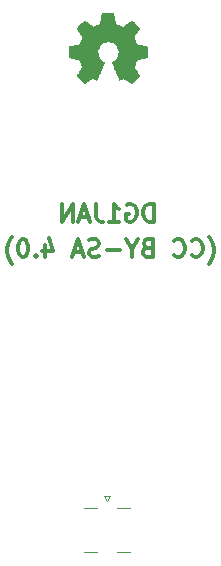
<source format=gbr>
%TF.GenerationSoftware,KiCad,Pcbnew,6.0.2+dfsg-1*%
%TF.CreationDate,2023-08-31T23:38:15+02:00*%
%TF.ProjectId,UnUn_BNC,556e556e-5f42-44e4-932e-6b696361645f,rev?*%
%TF.SameCoordinates,Original*%
%TF.FileFunction,Legend,Bot*%
%TF.FilePolarity,Positive*%
%FSLAX46Y46*%
G04 Gerber Fmt 4.6, Leading zero omitted, Abs format (unit mm)*
G04 Created by KiCad (PCBNEW 6.0.2+dfsg-1) date 2023-08-31 23:38:15*
%MOMM*%
%LPD*%
G01*
G04 APERTURE LIST*
%ADD10C,0.300000*%
%ADD11C,0.010000*%
%ADD12C,0.120000*%
G04 APERTURE END LIST*
D10*
X121457142Y-72378571D02*
X121457142Y-70878571D01*
X121100000Y-70878571D01*
X120885714Y-70950000D01*
X120742857Y-71092857D01*
X120671428Y-71235714D01*
X120600000Y-71521428D01*
X120600000Y-71735714D01*
X120671428Y-72021428D01*
X120742857Y-72164285D01*
X120885714Y-72307142D01*
X121100000Y-72378571D01*
X121457142Y-72378571D01*
X119171428Y-70950000D02*
X119314285Y-70878571D01*
X119528571Y-70878571D01*
X119742857Y-70950000D01*
X119885714Y-71092857D01*
X119957142Y-71235714D01*
X120028571Y-71521428D01*
X120028571Y-71735714D01*
X119957142Y-72021428D01*
X119885714Y-72164285D01*
X119742857Y-72307142D01*
X119528571Y-72378571D01*
X119385714Y-72378571D01*
X119171428Y-72307142D01*
X119100000Y-72235714D01*
X119100000Y-71735714D01*
X119385714Y-71735714D01*
X117671428Y-72378571D02*
X118528571Y-72378571D01*
X118100000Y-72378571D02*
X118100000Y-70878571D01*
X118242857Y-71092857D01*
X118385714Y-71235714D01*
X118528571Y-71307142D01*
X116600000Y-70878571D02*
X116600000Y-71950000D01*
X116671428Y-72164285D01*
X116814285Y-72307142D01*
X117028571Y-72378571D01*
X117171428Y-72378571D01*
X115957142Y-71950000D02*
X115242857Y-71950000D01*
X116100000Y-72378571D02*
X115600000Y-70878571D01*
X115100000Y-72378571D01*
X114600000Y-72378571D02*
X114600000Y-70878571D01*
X113742857Y-72378571D01*
X113742857Y-70878571D01*
X126121428Y-75950000D02*
X126192857Y-75878571D01*
X126335714Y-75664285D01*
X126407142Y-75521428D01*
X126478571Y-75307142D01*
X126550000Y-74950000D01*
X126550000Y-74664285D01*
X126478571Y-74307142D01*
X126407142Y-74092857D01*
X126335714Y-73950000D01*
X126192857Y-73735714D01*
X126121428Y-73664285D01*
X124692857Y-75235714D02*
X124764285Y-75307142D01*
X124978571Y-75378571D01*
X125121428Y-75378571D01*
X125335714Y-75307142D01*
X125478571Y-75164285D01*
X125550000Y-75021428D01*
X125621428Y-74735714D01*
X125621428Y-74521428D01*
X125550000Y-74235714D01*
X125478571Y-74092857D01*
X125335714Y-73950000D01*
X125121428Y-73878571D01*
X124978571Y-73878571D01*
X124764285Y-73950000D01*
X124692857Y-74021428D01*
X123192857Y-75235714D02*
X123264285Y-75307142D01*
X123478571Y-75378571D01*
X123621428Y-75378571D01*
X123835714Y-75307142D01*
X123978571Y-75164285D01*
X124050000Y-75021428D01*
X124121428Y-74735714D01*
X124121428Y-74521428D01*
X124050000Y-74235714D01*
X123978571Y-74092857D01*
X123835714Y-73950000D01*
X123621428Y-73878571D01*
X123478571Y-73878571D01*
X123264285Y-73950000D01*
X123192857Y-74021428D01*
X120907142Y-74592857D02*
X120692857Y-74664285D01*
X120621428Y-74735714D01*
X120550000Y-74878571D01*
X120550000Y-75092857D01*
X120621428Y-75235714D01*
X120692857Y-75307142D01*
X120835714Y-75378571D01*
X121407142Y-75378571D01*
X121407142Y-73878571D01*
X120907142Y-73878571D01*
X120764285Y-73950000D01*
X120692857Y-74021428D01*
X120621428Y-74164285D01*
X120621428Y-74307142D01*
X120692857Y-74450000D01*
X120764285Y-74521428D01*
X120907142Y-74592857D01*
X121407142Y-74592857D01*
X119621428Y-74664285D02*
X119621428Y-75378571D01*
X120121428Y-73878571D02*
X119621428Y-74664285D01*
X119121428Y-73878571D01*
X118621428Y-74807142D02*
X117478571Y-74807142D01*
X116835714Y-75307142D02*
X116621428Y-75378571D01*
X116264285Y-75378571D01*
X116121428Y-75307142D01*
X116050000Y-75235714D01*
X115978571Y-75092857D01*
X115978571Y-74950000D01*
X116050000Y-74807142D01*
X116121428Y-74735714D01*
X116264285Y-74664285D01*
X116550000Y-74592857D01*
X116692857Y-74521428D01*
X116764285Y-74450000D01*
X116835714Y-74307142D01*
X116835714Y-74164285D01*
X116764285Y-74021428D01*
X116692857Y-73950000D01*
X116550000Y-73878571D01*
X116192857Y-73878571D01*
X115978571Y-73950000D01*
X115407142Y-74950000D02*
X114692857Y-74950000D01*
X115550000Y-75378571D02*
X115050000Y-73878571D01*
X114550000Y-75378571D01*
X112264285Y-74378571D02*
X112264285Y-75378571D01*
X112621428Y-73807142D02*
X112978571Y-74878571D01*
X112050000Y-74878571D01*
X111478571Y-75235714D02*
X111407142Y-75307142D01*
X111478571Y-75378571D01*
X111550000Y-75307142D01*
X111478571Y-75235714D01*
X111478571Y-75378571D01*
X110478571Y-73878571D02*
X110335714Y-73878571D01*
X110192857Y-73950000D01*
X110121428Y-74021428D01*
X110050000Y-74164285D01*
X109978571Y-74450000D01*
X109978571Y-74807142D01*
X110050000Y-75092857D01*
X110121428Y-75235714D01*
X110192857Y-75307142D01*
X110335714Y-75378571D01*
X110478571Y-75378571D01*
X110621428Y-75307142D01*
X110692857Y-75235714D01*
X110764285Y-75092857D01*
X110835714Y-74807142D01*
X110835714Y-74450000D01*
X110764285Y-74164285D01*
X110692857Y-74021428D01*
X110621428Y-73950000D01*
X110478571Y-73878571D01*
X109478571Y-75950000D02*
X109407142Y-75878571D01*
X109264285Y-75664285D01*
X109192857Y-75521428D01*
X109121428Y-75307142D01*
X109050000Y-74950000D01*
X109050000Y-74664285D01*
X109121428Y-74307142D01*
X109192857Y-74092857D01*
X109264285Y-73950000D01*
X109407142Y-73735714D01*
X109478571Y-73664285D01*
D11*
%TO.C,REF\u002A\u002A*%
X117044186Y-55168931D02*
X116960365Y-55613555D01*
X116960365Y-55613555D02*
X116651080Y-55741053D01*
X116651080Y-55741053D02*
X116341794Y-55868551D01*
X116341794Y-55868551D02*
X115970754Y-55616246D01*
X115970754Y-55616246D02*
X115866843Y-55545996D01*
X115866843Y-55545996D02*
X115772913Y-55483272D01*
X115772913Y-55483272D02*
X115693348Y-55430938D01*
X115693348Y-55430938D02*
X115632530Y-55391857D01*
X115632530Y-55391857D02*
X115594843Y-55368893D01*
X115594843Y-55368893D02*
X115584579Y-55363942D01*
X115584579Y-55363942D02*
X115566090Y-55376676D01*
X115566090Y-55376676D02*
X115526580Y-55411882D01*
X115526580Y-55411882D02*
X115470478Y-55465062D01*
X115470478Y-55465062D02*
X115402213Y-55531718D01*
X115402213Y-55531718D02*
X115326214Y-55607354D01*
X115326214Y-55607354D02*
X115246908Y-55687472D01*
X115246908Y-55687472D02*
X115168725Y-55767574D01*
X115168725Y-55767574D02*
X115096093Y-55843164D01*
X115096093Y-55843164D02*
X115033441Y-55909745D01*
X115033441Y-55909745D02*
X114985197Y-55962818D01*
X114985197Y-55962818D02*
X114955790Y-55997887D01*
X114955790Y-55997887D02*
X114948759Y-56009623D01*
X114948759Y-56009623D02*
X114958877Y-56031260D01*
X114958877Y-56031260D02*
X114987241Y-56078662D01*
X114987241Y-56078662D02*
X115030871Y-56147193D01*
X115030871Y-56147193D02*
X115086782Y-56232215D01*
X115086782Y-56232215D02*
X115151994Y-56329093D01*
X115151994Y-56329093D02*
X115189781Y-56384350D01*
X115189781Y-56384350D02*
X115258657Y-56485248D01*
X115258657Y-56485248D02*
X115319860Y-56576299D01*
X115319860Y-56576299D02*
X115370422Y-56652970D01*
X115370422Y-56652970D02*
X115407372Y-56710728D01*
X115407372Y-56710728D02*
X115427742Y-56745043D01*
X115427742Y-56745043D02*
X115430803Y-56752254D01*
X115430803Y-56752254D02*
X115423864Y-56772748D01*
X115423864Y-56772748D02*
X115404949Y-56820513D01*
X115404949Y-56820513D02*
X115376913Y-56888832D01*
X115376913Y-56888832D02*
X115342609Y-56970989D01*
X115342609Y-56970989D02*
X115304891Y-57060270D01*
X115304891Y-57060270D02*
X115266613Y-57149958D01*
X115266613Y-57149958D02*
X115230630Y-57233338D01*
X115230630Y-57233338D02*
X115199794Y-57303694D01*
X115199794Y-57303694D02*
X115176961Y-57354310D01*
X115176961Y-57354310D02*
X115164983Y-57378471D01*
X115164983Y-57378471D02*
X115164276Y-57379422D01*
X115164276Y-57379422D02*
X115145469Y-57384036D01*
X115145469Y-57384036D02*
X115095382Y-57394328D01*
X115095382Y-57394328D02*
X115019207Y-57409287D01*
X115019207Y-57409287D02*
X114922135Y-57427901D01*
X114922135Y-57427901D02*
X114809357Y-57449159D01*
X114809357Y-57449159D02*
X114743558Y-57461418D01*
X114743558Y-57461418D02*
X114623050Y-57484362D01*
X114623050Y-57484362D02*
X114514203Y-57506195D01*
X114514203Y-57506195D02*
X114422524Y-57525722D01*
X114422524Y-57525722D02*
X114353519Y-57541748D01*
X114353519Y-57541748D02*
X114312696Y-57553079D01*
X114312696Y-57553079D02*
X114304489Y-57556674D01*
X114304489Y-57556674D02*
X114296452Y-57581006D01*
X114296452Y-57581006D02*
X114289967Y-57635959D01*
X114289967Y-57635959D02*
X114285030Y-57715108D01*
X114285030Y-57715108D02*
X114281636Y-57812026D01*
X114281636Y-57812026D02*
X114279782Y-57920287D01*
X114279782Y-57920287D02*
X114279462Y-58033465D01*
X114279462Y-58033465D02*
X114280673Y-58145135D01*
X114280673Y-58145135D02*
X114283410Y-58248868D01*
X114283410Y-58248868D02*
X114287669Y-58338241D01*
X114287669Y-58338241D02*
X114293445Y-58406826D01*
X114293445Y-58406826D02*
X114300733Y-58448197D01*
X114300733Y-58448197D02*
X114305105Y-58456810D01*
X114305105Y-58456810D02*
X114331236Y-58467133D01*
X114331236Y-58467133D02*
X114386607Y-58481892D01*
X114386607Y-58481892D02*
X114463893Y-58499352D01*
X114463893Y-58499352D02*
X114555770Y-58517780D01*
X114555770Y-58517780D02*
X114587842Y-58523741D01*
X114587842Y-58523741D02*
X114742476Y-58552066D01*
X114742476Y-58552066D02*
X114864625Y-58574876D01*
X114864625Y-58574876D02*
X114958327Y-58593080D01*
X114958327Y-58593080D02*
X115027616Y-58607583D01*
X115027616Y-58607583D02*
X115076529Y-58619292D01*
X115076529Y-58619292D02*
X115109103Y-58629115D01*
X115109103Y-58629115D02*
X115129372Y-58637956D01*
X115129372Y-58637956D02*
X115141374Y-58646724D01*
X115141374Y-58646724D02*
X115143053Y-58648457D01*
X115143053Y-58648457D02*
X115159816Y-58676371D01*
X115159816Y-58676371D02*
X115185386Y-58730695D01*
X115185386Y-58730695D02*
X115217212Y-58804777D01*
X115217212Y-58804777D02*
X115252740Y-58891965D01*
X115252740Y-58891965D02*
X115289417Y-58985608D01*
X115289417Y-58985608D02*
X115324689Y-59079052D01*
X115324689Y-59079052D02*
X115356004Y-59165647D01*
X115356004Y-59165647D02*
X115380807Y-59238740D01*
X115380807Y-59238740D02*
X115396546Y-59291678D01*
X115396546Y-59291678D02*
X115400668Y-59317811D01*
X115400668Y-59317811D02*
X115400324Y-59318726D01*
X115400324Y-59318726D02*
X115386359Y-59340086D01*
X115386359Y-59340086D02*
X115354678Y-59387084D01*
X115354678Y-59387084D02*
X115308609Y-59454827D01*
X115308609Y-59454827D02*
X115251482Y-59538423D01*
X115251482Y-59538423D02*
X115186627Y-59632982D01*
X115186627Y-59632982D02*
X115168157Y-59659854D01*
X115168157Y-59659854D02*
X115102301Y-59757275D01*
X115102301Y-59757275D02*
X115044350Y-59846163D01*
X115044350Y-59846163D02*
X114997462Y-59921412D01*
X114997462Y-59921412D02*
X114964793Y-59977920D01*
X114964793Y-59977920D02*
X114949500Y-60010581D01*
X114949500Y-60010581D02*
X114948759Y-60014593D01*
X114948759Y-60014593D02*
X114961608Y-60035684D01*
X114961608Y-60035684D02*
X114997112Y-60077464D01*
X114997112Y-60077464D02*
X115050707Y-60135445D01*
X115050707Y-60135445D02*
X115117829Y-60205135D01*
X115117829Y-60205135D02*
X115193913Y-60282045D01*
X115193913Y-60282045D02*
X115274396Y-60361683D01*
X115274396Y-60361683D02*
X115354713Y-60439561D01*
X115354713Y-60439561D02*
X115430301Y-60511186D01*
X115430301Y-60511186D02*
X115496595Y-60572070D01*
X115496595Y-60572070D02*
X115549031Y-60617721D01*
X115549031Y-60617721D02*
X115583045Y-60643650D01*
X115583045Y-60643650D02*
X115592455Y-60647883D01*
X115592455Y-60647883D02*
X115614357Y-60637912D01*
X115614357Y-60637912D02*
X115659200Y-60611020D01*
X115659200Y-60611020D02*
X115719679Y-60571736D01*
X115719679Y-60571736D02*
X115766211Y-60540117D01*
X115766211Y-60540117D02*
X115850525Y-60482098D01*
X115850525Y-60482098D02*
X115950374Y-60413784D01*
X115950374Y-60413784D02*
X116050527Y-60345579D01*
X116050527Y-60345579D02*
X116104373Y-60309075D01*
X116104373Y-60309075D02*
X116286629Y-60185800D01*
X116286629Y-60185800D02*
X116439619Y-60268520D01*
X116439619Y-60268520D02*
X116509318Y-60304759D01*
X116509318Y-60304759D02*
X116568586Y-60332926D01*
X116568586Y-60332926D02*
X116608689Y-60348991D01*
X116608689Y-60348991D02*
X116618897Y-60351226D01*
X116618897Y-60351226D02*
X116631171Y-60334722D01*
X116631171Y-60334722D02*
X116655387Y-60288082D01*
X116655387Y-60288082D02*
X116689737Y-60215609D01*
X116689737Y-60215609D02*
X116732412Y-60121606D01*
X116732412Y-60121606D02*
X116781606Y-60010374D01*
X116781606Y-60010374D02*
X116835510Y-59886215D01*
X116835510Y-59886215D02*
X116892316Y-59753432D01*
X116892316Y-59753432D02*
X116950218Y-59616327D01*
X116950218Y-59616327D02*
X117007407Y-59479202D01*
X117007407Y-59479202D02*
X117062076Y-59346358D01*
X117062076Y-59346358D02*
X117112416Y-59222098D01*
X117112416Y-59222098D02*
X117156620Y-59110725D01*
X117156620Y-59110725D02*
X117192881Y-59016539D01*
X117192881Y-59016539D02*
X117219391Y-58943844D01*
X117219391Y-58943844D02*
X117234342Y-58896941D01*
X117234342Y-58896941D02*
X117236746Y-58880833D01*
X117236746Y-58880833D02*
X117217689Y-58860286D01*
X117217689Y-58860286D02*
X117175964Y-58826933D01*
X117175964Y-58826933D02*
X117120294Y-58787702D01*
X117120294Y-58787702D02*
X117115622Y-58784599D01*
X117115622Y-58784599D02*
X116971736Y-58669423D01*
X116971736Y-58669423D02*
X116855717Y-58535053D01*
X116855717Y-58535053D02*
X116768570Y-58385784D01*
X116768570Y-58385784D02*
X116711301Y-58225913D01*
X116711301Y-58225913D02*
X116684914Y-58059737D01*
X116684914Y-58059737D02*
X116690415Y-57891552D01*
X116690415Y-57891552D02*
X116728810Y-57725655D01*
X116728810Y-57725655D02*
X116801105Y-57566342D01*
X116801105Y-57566342D02*
X116822374Y-57531487D01*
X116822374Y-57531487D02*
X116933004Y-57390737D01*
X116933004Y-57390737D02*
X117063698Y-57277714D01*
X117063698Y-57277714D02*
X117209936Y-57193003D01*
X117209936Y-57193003D02*
X117367192Y-57137194D01*
X117367192Y-57137194D02*
X117530943Y-57110874D01*
X117530943Y-57110874D02*
X117696667Y-57114630D01*
X117696667Y-57114630D02*
X117859838Y-57149050D01*
X117859838Y-57149050D02*
X118015935Y-57214723D01*
X118015935Y-57214723D02*
X118160433Y-57312235D01*
X118160433Y-57312235D02*
X118205131Y-57351813D01*
X118205131Y-57351813D02*
X118318888Y-57475703D01*
X118318888Y-57475703D02*
X118401782Y-57606124D01*
X118401782Y-57606124D02*
X118458644Y-57752315D01*
X118458644Y-57752315D02*
X118490313Y-57897088D01*
X118490313Y-57897088D02*
X118498131Y-58059860D01*
X118498131Y-58059860D02*
X118472062Y-58223440D01*
X118472062Y-58223440D02*
X118414755Y-58382298D01*
X118414755Y-58382298D02*
X118328856Y-58530906D01*
X118328856Y-58530906D02*
X118217014Y-58663735D01*
X118217014Y-58663735D02*
X118081877Y-58775256D01*
X118081877Y-58775256D02*
X118064117Y-58787011D01*
X118064117Y-58787011D02*
X118007850Y-58825508D01*
X118007850Y-58825508D02*
X117965077Y-58858863D01*
X117965077Y-58858863D02*
X117944628Y-58880160D01*
X117944628Y-58880160D02*
X117944331Y-58880833D01*
X117944331Y-58880833D02*
X117948721Y-58903871D01*
X117948721Y-58903871D02*
X117966124Y-58956157D01*
X117966124Y-58956157D02*
X117994732Y-59033390D01*
X117994732Y-59033390D02*
X118032735Y-59131268D01*
X118032735Y-59131268D02*
X118078326Y-59245491D01*
X118078326Y-59245491D02*
X118129697Y-59371758D01*
X118129697Y-59371758D02*
X118185038Y-59505767D01*
X118185038Y-59505767D02*
X118242542Y-59643218D01*
X118242542Y-59643218D02*
X118300399Y-59779808D01*
X118300399Y-59779808D02*
X118356802Y-59911237D01*
X118356802Y-59911237D02*
X118409942Y-60033205D01*
X118409942Y-60033205D02*
X118458010Y-60141409D01*
X118458010Y-60141409D02*
X118499199Y-60231549D01*
X118499199Y-60231549D02*
X118531699Y-60299323D01*
X118531699Y-60299323D02*
X118553703Y-60340430D01*
X118553703Y-60340430D02*
X118562564Y-60351226D01*
X118562564Y-60351226D02*
X118589640Y-60342819D01*
X118589640Y-60342819D02*
X118640303Y-60320272D01*
X118640303Y-60320272D02*
X118705817Y-60287613D01*
X118705817Y-60287613D02*
X118741841Y-60268520D01*
X118741841Y-60268520D02*
X118894832Y-60185800D01*
X118894832Y-60185800D02*
X119077088Y-60309075D01*
X119077088Y-60309075D02*
X119170125Y-60372228D01*
X119170125Y-60372228D02*
X119271985Y-60441727D01*
X119271985Y-60441727D02*
X119367438Y-60507165D01*
X119367438Y-60507165D02*
X119415250Y-60540117D01*
X119415250Y-60540117D02*
X119482495Y-60585273D01*
X119482495Y-60585273D02*
X119539436Y-60621057D01*
X119539436Y-60621057D02*
X119578646Y-60642938D01*
X119578646Y-60642938D02*
X119591381Y-60647563D01*
X119591381Y-60647563D02*
X119609917Y-60635085D01*
X119609917Y-60635085D02*
X119650941Y-60600252D01*
X119650941Y-60600252D02*
X119710475Y-60546678D01*
X119710475Y-60546678D02*
X119784542Y-60477983D01*
X119784542Y-60477983D02*
X119869165Y-60397781D01*
X119869165Y-60397781D02*
X119922685Y-60346286D01*
X119922685Y-60346286D02*
X120016319Y-60254286D01*
X120016319Y-60254286D02*
X120097241Y-60171999D01*
X120097241Y-60171999D02*
X120162177Y-60102945D01*
X120162177Y-60102945D02*
X120207858Y-60050644D01*
X120207858Y-60050644D02*
X120231011Y-60018616D01*
X120231011Y-60018616D02*
X120233232Y-60012116D01*
X120233232Y-60012116D02*
X120222924Y-59987394D01*
X120222924Y-59987394D02*
X120194439Y-59937405D01*
X120194439Y-59937405D02*
X120150937Y-59867212D01*
X120150937Y-59867212D02*
X120095577Y-59781875D01*
X120095577Y-59781875D02*
X120031520Y-59686456D01*
X120031520Y-59686456D02*
X120013303Y-59659854D01*
X120013303Y-59659854D02*
X119946927Y-59563167D01*
X119946927Y-59563167D02*
X119887378Y-59476117D01*
X119887378Y-59476117D02*
X119837984Y-59403595D01*
X119837984Y-59403595D02*
X119802075Y-59350493D01*
X119802075Y-59350493D02*
X119782981Y-59321703D01*
X119782981Y-59321703D02*
X119781136Y-59318726D01*
X119781136Y-59318726D02*
X119783895Y-59295782D01*
X119783895Y-59295782D02*
X119798538Y-59245336D01*
X119798538Y-59245336D02*
X119822513Y-59174041D01*
X119822513Y-59174041D02*
X119853266Y-59088547D01*
X119853266Y-59088547D02*
X119888244Y-58995507D01*
X119888244Y-58995507D02*
X119924893Y-58901574D01*
X119924893Y-58901574D02*
X119960661Y-58813399D01*
X119960661Y-58813399D02*
X119992994Y-58737634D01*
X119992994Y-58737634D02*
X120019338Y-58680931D01*
X120019338Y-58680931D02*
X120037142Y-58649943D01*
X120037142Y-58649943D02*
X120038407Y-58648457D01*
X120038407Y-58648457D02*
X120049294Y-58639601D01*
X120049294Y-58639601D02*
X120067682Y-58630843D01*
X120067682Y-58630843D02*
X120097606Y-58621277D01*
X120097606Y-58621277D02*
X120143103Y-58609996D01*
X120143103Y-58609996D02*
X120208209Y-58596093D01*
X120208209Y-58596093D02*
X120296961Y-58578663D01*
X120296961Y-58578663D02*
X120413393Y-58556798D01*
X120413393Y-58556798D02*
X120561542Y-58529591D01*
X120561542Y-58529591D02*
X120593618Y-58523741D01*
X120593618Y-58523741D02*
X120688686Y-58505374D01*
X120688686Y-58505374D02*
X120771565Y-58487405D01*
X120771565Y-58487405D02*
X120834930Y-58471569D01*
X120834930Y-58471569D02*
X120871458Y-58459600D01*
X120871458Y-58459600D02*
X120876356Y-58456810D01*
X120876356Y-58456810D02*
X120884427Y-58432072D01*
X120884427Y-58432072D02*
X120890987Y-58376790D01*
X120890987Y-58376790D02*
X120896033Y-58297389D01*
X120896033Y-58297389D02*
X120899559Y-58200296D01*
X120899559Y-58200296D02*
X120901561Y-58091938D01*
X120901561Y-58091938D02*
X120902036Y-57978740D01*
X120902036Y-57978740D02*
X120900977Y-57867128D01*
X120900977Y-57867128D02*
X120898382Y-57763529D01*
X120898382Y-57763529D02*
X120894246Y-57674368D01*
X120894246Y-57674368D02*
X120888563Y-57606072D01*
X120888563Y-57606072D02*
X120881331Y-57565066D01*
X120881331Y-57565066D02*
X120876971Y-57556674D01*
X120876971Y-57556674D02*
X120852698Y-57548208D01*
X120852698Y-57548208D02*
X120797426Y-57534435D01*
X120797426Y-57534435D02*
X120716662Y-57516550D01*
X120716662Y-57516550D02*
X120615912Y-57495748D01*
X120615912Y-57495748D02*
X120500683Y-57473223D01*
X120500683Y-57473223D02*
X120437902Y-57461418D01*
X120437902Y-57461418D02*
X120318787Y-57439151D01*
X120318787Y-57439151D02*
X120212565Y-57418979D01*
X120212565Y-57418979D02*
X120124427Y-57401915D01*
X120124427Y-57401915D02*
X120059566Y-57388969D01*
X120059566Y-57388969D02*
X120023174Y-57381155D01*
X120023174Y-57381155D02*
X120017184Y-57379422D01*
X120017184Y-57379422D02*
X120007061Y-57359890D01*
X120007061Y-57359890D02*
X119985662Y-57312843D01*
X119985662Y-57312843D02*
X119955839Y-57245003D01*
X119955839Y-57245003D02*
X119920445Y-57163091D01*
X119920445Y-57163091D02*
X119882332Y-57073828D01*
X119882332Y-57073828D02*
X119844353Y-56983935D01*
X119844353Y-56983935D02*
X119809360Y-56900135D01*
X119809360Y-56900135D02*
X119780206Y-56829147D01*
X119780206Y-56829147D02*
X119759743Y-56777694D01*
X119759743Y-56777694D02*
X119750823Y-56752497D01*
X119750823Y-56752497D02*
X119750657Y-56751396D01*
X119750657Y-56751396D02*
X119760769Y-56731519D01*
X119760769Y-56731519D02*
X119789117Y-56685777D01*
X119789117Y-56685777D02*
X119832723Y-56618717D01*
X119832723Y-56618717D02*
X119888606Y-56534884D01*
X119888606Y-56534884D02*
X119953787Y-56438826D01*
X119953787Y-56438826D02*
X119991679Y-56383650D01*
X119991679Y-56383650D02*
X120060725Y-56282481D01*
X120060725Y-56282481D02*
X120122050Y-56190630D01*
X120122050Y-56190630D02*
X120172663Y-56112744D01*
X120172663Y-56112744D02*
X120209571Y-56053469D01*
X120209571Y-56053469D02*
X120229782Y-56017451D01*
X120229782Y-56017451D02*
X120232701Y-56009377D01*
X120232701Y-56009377D02*
X120220153Y-55990584D01*
X120220153Y-55990584D02*
X120185463Y-55950457D01*
X120185463Y-55950457D02*
X120133063Y-55893493D01*
X120133063Y-55893493D02*
X120067384Y-55824185D01*
X120067384Y-55824185D02*
X119992856Y-55747031D01*
X119992856Y-55747031D02*
X119913913Y-55666525D01*
X119913913Y-55666525D02*
X119834983Y-55587163D01*
X119834983Y-55587163D02*
X119760500Y-55513440D01*
X119760500Y-55513440D02*
X119694894Y-55449852D01*
X119694894Y-55449852D02*
X119642596Y-55400894D01*
X119642596Y-55400894D02*
X119608039Y-55371061D01*
X119608039Y-55371061D02*
X119596478Y-55363942D01*
X119596478Y-55363942D02*
X119577654Y-55373953D01*
X119577654Y-55373953D02*
X119532631Y-55402078D01*
X119532631Y-55402078D02*
X119465787Y-55445454D01*
X119465787Y-55445454D02*
X119381499Y-55501218D01*
X119381499Y-55501218D02*
X119284144Y-55566506D01*
X119284144Y-55566506D02*
X119210707Y-55616246D01*
X119210707Y-55616246D02*
X118839667Y-55868551D01*
X118839667Y-55868551D02*
X118221095Y-55613555D01*
X118221095Y-55613555D02*
X118137275Y-55168931D01*
X118137275Y-55168931D02*
X118053454Y-54724307D01*
X118053454Y-54724307D02*
X117128006Y-54724307D01*
X117128006Y-54724307D02*
X117044186Y-55168931D01*
X117044186Y-55168931D02*
X117044186Y-55168931D01*
G36*
X118137275Y-55168931D02*
G01*
X118221095Y-55613555D01*
X118839667Y-55868551D01*
X119210707Y-55616246D01*
X119284144Y-55566506D01*
X119381499Y-55501218D01*
X119465787Y-55445454D01*
X119532631Y-55402078D01*
X119577654Y-55373953D01*
X119596478Y-55363942D01*
X119608039Y-55371061D01*
X119642596Y-55400894D01*
X119694894Y-55449852D01*
X119760500Y-55513440D01*
X119834983Y-55587163D01*
X119913913Y-55666525D01*
X119992856Y-55747031D01*
X120067384Y-55824185D01*
X120133063Y-55893493D01*
X120185463Y-55950457D01*
X120220153Y-55990584D01*
X120232701Y-56009377D01*
X120229782Y-56017451D01*
X120209571Y-56053469D01*
X120172663Y-56112744D01*
X120122050Y-56190630D01*
X120060725Y-56282481D01*
X119991679Y-56383650D01*
X119953787Y-56438826D01*
X119888606Y-56534884D01*
X119832723Y-56618717D01*
X119789117Y-56685777D01*
X119760769Y-56731519D01*
X119750657Y-56751396D01*
X119750823Y-56752497D01*
X119759743Y-56777694D01*
X119780206Y-56829147D01*
X119809360Y-56900135D01*
X119844353Y-56983935D01*
X119882332Y-57073828D01*
X119920445Y-57163091D01*
X119955839Y-57245003D01*
X119985662Y-57312843D01*
X120007061Y-57359890D01*
X120017184Y-57379422D01*
X120023174Y-57381155D01*
X120059566Y-57388969D01*
X120124427Y-57401915D01*
X120212565Y-57418979D01*
X120318787Y-57439151D01*
X120437902Y-57461418D01*
X120500683Y-57473223D01*
X120615912Y-57495748D01*
X120716662Y-57516550D01*
X120797426Y-57534435D01*
X120852698Y-57548208D01*
X120876971Y-57556674D01*
X120881331Y-57565066D01*
X120888563Y-57606072D01*
X120894246Y-57674368D01*
X120898382Y-57763529D01*
X120900977Y-57867128D01*
X120902036Y-57978740D01*
X120901561Y-58091938D01*
X120899559Y-58200296D01*
X120896033Y-58297389D01*
X120890987Y-58376790D01*
X120884427Y-58432072D01*
X120876356Y-58456810D01*
X120871458Y-58459600D01*
X120834930Y-58471569D01*
X120771565Y-58487405D01*
X120688686Y-58505374D01*
X120593618Y-58523741D01*
X120561542Y-58529591D01*
X120413393Y-58556798D01*
X120296961Y-58578663D01*
X120208209Y-58596093D01*
X120143103Y-58609996D01*
X120097606Y-58621277D01*
X120067682Y-58630843D01*
X120049294Y-58639601D01*
X120038407Y-58648457D01*
X120037142Y-58649943D01*
X120019338Y-58680931D01*
X119992994Y-58737634D01*
X119960661Y-58813399D01*
X119924893Y-58901574D01*
X119888244Y-58995507D01*
X119853266Y-59088547D01*
X119822513Y-59174041D01*
X119798538Y-59245336D01*
X119783895Y-59295782D01*
X119781136Y-59318726D01*
X119782981Y-59321703D01*
X119802075Y-59350493D01*
X119837984Y-59403595D01*
X119887378Y-59476117D01*
X119946927Y-59563167D01*
X120013303Y-59659854D01*
X120031520Y-59686456D01*
X120095577Y-59781875D01*
X120150937Y-59867212D01*
X120194439Y-59937405D01*
X120222924Y-59987394D01*
X120233232Y-60012116D01*
X120231011Y-60018616D01*
X120207858Y-60050644D01*
X120162177Y-60102945D01*
X120097241Y-60171999D01*
X120016319Y-60254286D01*
X119922685Y-60346286D01*
X119869165Y-60397781D01*
X119784542Y-60477983D01*
X119710475Y-60546678D01*
X119650941Y-60600252D01*
X119609917Y-60635085D01*
X119591381Y-60647563D01*
X119578646Y-60642938D01*
X119539436Y-60621057D01*
X119482495Y-60585273D01*
X119415250Y-60540117D01*
X119367438Y-60507165D01*
X119271985Y-60441727D01*
X119170125Y-60372228D01*
X119077088Y-60309075D01*
X118894832Y-60185800D01*
X118741841Y-60268520D01*
X118705817Y-60287613D01*
X118640303Y-60320272D01*
X118589640Y-60342819D01*
X118562564Y-60351226D01*
X118553703Y-60340430D01*
X118531699Y-60299323D01*
X118499199Y-60231549D01*
X118458010Y-60141409D01*
X118409942Y-60033205D01*
X118356802Y-59911237D01*
X118300399Y-59779808D01*
X118242542Y-59643218D01*
X118185038Y-59505767D01*
X118129697Y-59371758D01*
X118078326Y-59245491D01*
X118032735Y-59131268D01*
X117994732Y-59033390D01*
X117966124Y-58956157D01*
X117948721Y-58903871D01*
X117944331Y-58880833D01*
X117944628Y-58880160D01*
X117965077Y-58858863D01*
X118007850Y-58825508D01*
X118064117Y-58787011D01*
X118081877Y-58775256D01*
X118217014Y-58663735D01*
X118328856Y-58530906D01*
X118414755Y-58382298D01*
X118472062Y-58223440D01*
X118498131Y-58059860D01*
X118490313Y-57897088D01*
X118458644Y-57752315D01*
X118401782Y-57606124D01*
X118318888Y-57475703D01*
X118205131Y-57351813D01*
X118160433Y-57312235D01*
X118015935Y-57214723D01*
X117859838Y-57149050D01*
X117696667Y-57114630D01*
X117530943Y-57110874D01*
X117367192Y-57137194D01*
X117209936Y-57193003D01*
X117063698Y-57277714D01*
X116933004Y-57390737D01*
X116822374Y-57531487D01*
X116801105Y-57566342D01*
X116728810Y-57725655D01*
X116690415Y-57891552D01*
X116684914Y-58059737D01*
X116711301Y-58225913D01*
X116768570Y-58385784D01*
X116855717Y-58535053D01*
X116971736Y-58669423D01*
X117115622Y-58784599D01*
X117120294Y-58787702D01*
X117175964Y-58826933D01*
X117217689Y-58860286D01*
X117236746Y-58880833D01*
X117234342Y-58896941D01*
X117219391Y-58943844D01*
X117192881Y-59016539D01*
X117156620Y-59110725D01*
X117112416Y-59222098D01*
X117062076Y-59346358D01*
X117007407Y-59479202D01*
X116950218Y-59616327D01*
X116892316Y-59753432D01*
X116835510Y-59886215D01*
X116781606Y-60010374D01*
X116732412Y-60121606D01*
X116689737Y-60215609D01*
X116655387Y-60288082D01*
X116631171Y-60334722D01*
X116618897Y-60351226D01*
X116608689Y-60348991D01*
X116568586Y-60332926D01*
X116509318Y-60304759D01*
X116439619Y-60268520D01*
X116286629Y-60185800D01*
X116104373Y-60309075D01*
X116050527Y-60345579D01*
X115950374Y-60413784D01*
X115850525Y-60482098D01*
X115766211Y-60540117D01*
X115719679Y-60571736D01*
X115659200Y-60611020D01*
X115614357Y-60637912D01*
X115592455Y-60647883D01*
X115583045Y-60643650D01*
X115549031Y-60617721D01*
X115496595Y-60572070D01*
X115430301Y-60511186D01*
X115354713Y-60439561D01*
X115274396Y-60361683D01*
X115193913Y-60282045D01*
X115117829Y-60205135D01*
X115050707Y-60135445D01*
X114997112Y-60077464D01*
X114961608Y-60035684D01*
X114948759Y-60014593D01*
X114949500Y-60010581D01*
X114964793Y-59977920D01*
X114997462Y-59921412D01*
X115044350Y-59846163D01*
X115102301Y-59757275D01*
X115168157Y-59659854D01*
X115186627Y-59632982D01*
X115251482Y-59538423D01*
X115308609Y-59454827D01*
X115354678Y-59387084D01*
X115386359Y-59340086D01*
X115400324Y-59318726D01*
X115400668Y-59317811D01*
X115396546Y-59291678D01*
X115380807Y-59238740D01*
X115356004Y-59165647D01*
X115324689Y-59079052D01*
X115289417Y-58985608D01*
X115252740Y-58891965D01*
X115217212Y-58804777D01*
X115185386Y-58730695D01*
X115159816Y-58676371D01*
X115143053Y-58648457D01*
X115141374Y-58646724D01*
X115129372Y-58637956D01*
X115109103Y-58629115D01*
X115076529Y-58619292D01*
X115027616Y-58607583D01*
X114958327Y-58593080D01*
X114864625Y-58574876D01*
X114742476Y-58552066D01*
X114587842Y-58523741D01*
X114555770Y-58517780D01*
X114463893Y-58499352D01*
X114386607Y-58481892D01*
X114331236Y-58467133D01*
X114305105Y-58456810D01*
X114300733Y-58448197D01*
X114293445Y-58406826D01*
X114287669Y-58338241D01*
X114283410Y-58248868D01*
X114280673Y-58145135D01*
X114279462Y-58033465D01*
X114279782Y-57920287D01*
X114281636Y-57812026D01*
X114285030Y-57715108D01*
X114289967Y-57635959D01*
X114296452Y-57581006D01*
X114304489Y-57556674D01*
X114312696Y-57553079D01*
X114353519Y-57541748D01*
X114422524Y-57525722D01*
X114514203Y-57506195D01*
X114623050Y-57484362D01*
X114743558Y-57461418D01*
X114809357Y-57449159D01*
X114922135Y-57427901D01*
X115019207Y-57409287D01*
X115095382Y-57394328D01*
X115145469Y-57384036D01*
X115164276Y-57379422D01*
X115164983Y-57378471D01*
X115176961Y-57354310D01*
X115199794Y-57303694D01*
X115230630Y-57233338D01*
X115266613Y-57149958D01*
X115304891Y-57060270D01*
X115342609Y-56970989D01*
X115376913Y-56888832D01*
X115404949Y-56820513D01*
X115423864Y-56772748D01*
X115430803Y-56752254D01*
X115427742Y-56745043D01*
X115407372Y-56710728D01*
X115370422Y-56652970D01*
X115319860Y-56576299D01*
X115258657Y-56485248D01*
X115189781Y-56384350D01*
X115151994Y-56329093D01*
X115086782Y-56232215D01*
X115030871Y-56147193D01*
X114987241Y-56078662D01*
X114958877Y-56031260D01*
X114948759Y-56009623D01*
X114955790Y-55997887D01*
X114985197Y-55962818D01*
X115033441Y-55909745D01*
X115096093Y-55843164D01*
X115168725Y-55767574D01*
X115246908Y-55687472D01*
X115326214Y-55607354D01*
X115402213Y-55531718D01*
X115470478Y-55465062D01*
X115526580Y-55411882D01*
X115566090Y-55376676D01*
X115584579Y-55363942D01*
X115594843Y-55368893D01*
X115632530Y-55391857D01*
X115693348Y-55430938D01*
X115772913Y-55483272D01*
X115866843Y-55545996D01*
X115970754Y-55616246D01*
X116341794Y-55868551D01*
X116651080Y-55741053D01*
X116960365Y-55613555D01*
X117044186Y-55168931D01*
X117128006Y-54724307D01*
X118053454Y-54724307D01*
X118137275Y-55168931D01*
G37*
X118137275Y-55168931D02*
X118221095Y-55613555D01*
X118839667Y-55868551D01*
X119210707Y-55616246D01*
X119284144Y-55566506D01*
X119381499Y-55501218D01*
X119465787Y-55445454D01*
X119532631Y-55402078D01*
X119577654Y-55373953D01*
X119596478Y-55363942D01*
X119608039Y-55371061D01*
X119642596Y-55400894D01*
X119694894Y-55449852D01*
X119760500Y-55513440D01*
X119834983Y-55587163D01*
X119913913Y-55666525D01*
X119992856Y-55747031D01*
X120067384Y-55824185D01*
X120133063Y-55893493D01*
X120185463Y-55950457D01*
X120220153Y-55990584D01*
X120232701Y-56009377D01*
X120229782Y-56017451D01*
X120209571Y-56053469D01*
X120172663Y-56112744D01*
X120122050Y-56190630D01*
X120060725Y-56282481D01*
X119991679Y-56383650D01*
X119953787Y-56438826D01*
X119888606Y-56534884D01*
X119832723Y-56618717D01*
X119789117Y-56685777D01*
X119760769Y-56731519D01*
X119750657Y-56751396D01*
X119750823Y-56752497D01*
X119759743Y-56777694D01*
X119780206Y-56829147D01*
X119809360Y-56900135D01*
X119844353Y-56983935D01*
X119882332Y-57073828D01*
X119920445Y-57163091D01*
X119955839Y-57245003D01*
X119985662Y-57312843D01*
X120007061Y-57359890D01*
X120017184Y-57379422D01*
X120023174Y-57381155D01*
X120059566Y-57388969D01*
X120124427Y-57401915D01*
X120212565Y-57418979D01*
X120318787Y-57439151D01*
X120437902Y-57461418D01*
X120500683Y-57473223D01*
X120615912Y-57495748D01*
X120716662Y-57516550D01*
X120797426Y-57534435D01*
X120852698Y-57548208D01*
X120876971Y-57556674D01*
X120881331Y-57565066D01*
X120888563Y-57606072D01*
X120894246Y-57674368D01*
X120898382Y-57763529D01*
X120900977Y-57867128D01*
X120902036Y-57978740D01*
X120901561Y-58091938D01*
X120899559Y-58200296D01*
X120896033Y-58297389D01*
X120890987Y-58376790D01*
X120884427Y-58432072D01*
X120876356Y-58456810D01*
X120871458Y-58459600D01*
X120834930Y-58471569D01*
X120771565Y-58487405D01*
X120688686Y-58505374D01*
X120593618Y-58523741D01*
X120561542Y-58529591D01*
X120413393Y-58556798D01*
X120296961Y-58578663D01*
X120208209Y-58596093D01*
X120143103Y-58609996D01*
X120097606Y-58621277D01*
X120067682Y-58630843D01*
X120049294Y-58639601D01*
X120038407Y-58648457D01*
X120037142Y-58649943D01*
X120019338Y-58680931D01*
X119992994Y-58737634D01*
X119960661Y-58813399D01*
X119924893Y-58901574D01*
X119888244Y-58995507D01*
X119853266Y-59088547D01*
X119822513Y-59174041D01*
X119798538Y-59245336D01*
X119783895Y-59295782D01*
X119781136Y-59318726D01*
X119782981Y-59321703D01*
X119802075Y-59350493D01*
X119837984Y-59403595D01*
X119887378Y-59476117D01*
X119946927Y-59563167D01*
X120013303Y-59659854D01*
X120031520Y-59686456D01*
X120095577Y-59781875D01*
X120150937Y-59867212D01*
X120194439Y-59937405D01*
X120222924Y-59987394D01*
X120233232Y-60012116D01*
X120231011Y-60018616D01*
X120207858Y-60050644D01*
X120162177Y-60102945D01*
X120097241Y-60171999D01*
X120016319Y-60254286D01*
X119922685Y-60346286D01*
X119869165Y-60397781D01*
X119784542Y-60477983D01*
X119710475Y-60546678D01*
X119650941Y-60600252D01*
X119609917Y-60635085D01*
X119591381Y-60647563D01*
X119578646Y-60642938D01*
X119539436Y-60621057D01*
X119482495Y-60585273D01*
X119415250Y-60540117D01*
X119367438Y-60507165D01*
X119271985Y-60441727D01*
X119170125Y-60372228D01*
X119077088Y-60309075D01*
X118894832Y-60185800D01*
X118741841Y-60268520D01*
X118705817Y-60287613D01*
X118640303Y-60320272D01*
X118589640Y-60342819D01*
X118562564Y-60351226D01*
X118553703Y-60340430D01*
X118531699Y-60299323D01*
X118499199Y-60231549D01*
X118458010Y-60141409D01*
X118409942Y-60033205D01*
X118356802Y-59911237D01*
X118300399Y-59779808D01*
X118242542Y-59643218D01*
X118185038Y-59505767D01*
X118129697Y-59371758D01*
X118078326Y-59245491D01*
X118032735Y-59131268D01*
X117994732Y-59033390D01*
X117966124Y-58956157D01*
X117948721Y-58903871D01*
X117944331Y-58880833D01*
X117944628Y-58880160D01*
X117965077Y-58858863D01*
X118007850Y-58825508D01*
X118064117Y-58787011D01*
X118081877Y-58775256D01*
X118217014Y-58663735D01*
X118328856Y-58530906D01*
X118414755Y-58382298D01*
X118472062Y-58223440D01*
X118498131Y-58059860D01*
X118490313Y-57897088D01*
X118458644Y-57752315D01*
X118401782Y-57606124D01*
X118318888Y-57475703D01*
X118205131Y-57351813D01*
X118160433Y-57312235D01*
X118015935Y-57214723D01*
X117859838Y-57149050D01*
X117696667Y-57114630D01*
X117530943Y-57110874D01*
X117367192Y-57137194D01*
X117209936Y-57193003D01*
X117063698Y-57277714D01*
X116933004Y-57390737D01*
X116822374Y-57531487D01*
X116801105Y-57566342D01*
X116728810Y-57725655D01*
X116690415Y-57891552D01*
X116684914Y-58059737D01*
X116711301Y-58225913D01*
X116768570Y-58385784D01*
X116855717Y-58535053D01*
X116971736Y-58669423D01*
X117115622Y-58784599D01*
X117120294Y-58787702D01*
X117175964Y-58826933D01*
X117217689Y-58860286D01*
X117236746Y-58880833D01*
X117234342Y-58896941D01*
X117219391Y-58943844D01*
X117192881Y-59016539D01*
X117156620Y-59110725D01*
X117112416Y-59222098D01*
X117062076Y-59346358D01*
X117007407Y-59479202D01*
X116950218Y-59616327D01*
X116892316Y-59753432D01*
X116835510Y-59886215D01*
X116781606Y-60010374D01*
X116732412Y-60121606D01*
X116689737Y-60215609D01*
X116655387Y-60288082D01*
X116631171Y-60334722D01*
X116618897Y-60351226D01*
X116608689Y-60348991D01*
X116568586Y-60332926D01*
X116509318Y-60304759D01*
X116439619Y-60268520D01*
X116286629Y-60185800D01*
X116104373Y-60309075D01*
X116050527Y-60345579D01*
X115950374Y-60413784D01*
X115850525Y-60482098D01*
X115766211Y-60540117D01*
X115719679Y-60571736D01*
X115659200Y-60611020D01*
X115614357Y-60637912D01*
X115592455Y-60647883D01*
X115583045Y-60643650D01*
X115549031Y-60617721D01*
X115496595Y-60572070D01*
X115430301Y-60511186D01*
X115354713Y-60439561D01*
X115274396Y-60361683D01*
X115193913Y-60282045D01*
X115117829Y-60205135D01*
X115050707Y-60135445D01*
X114997112Y-60077464D01*
X114961608Y-60035684D01*
X114948759Y-60014593D01*
X114949500Y-60010581D01*
X114964793Y-59977920D01*
X114997462Y-59921412D01*
X115044350Y-59846163D01*
X115102301Y-59757275D01*
X115168157Y-59659854D01*
X115186627Y-59632982D01*
X115251482Y-59538423D01*
X115308609Y-59454827D01*
X115354678Y-59387084D01*
X115386359Y-59340086D01*
X115400324Y-59318726D01*
X115400668Y-59317811D01*
X115396546Y-59291678D01*
X115380807Y-59238740D01*
X115356004Y-59165647D01*
X115324689Y-59079052D01*
X115289417Y-58985608D01*
X115252740Y-58891965D01*
X115217212Y-58804777D01*
X115185386Y-58730695D01*
X115159816Y-58676371D01*
X115143053Y-58648457D01*
X115141374Y-58646724D01*
X115129372Y-58637956D01*
X115109103Y-58629115D01*
X115076529Y-58619292D01*
X115027616Y-58607583D01*
X114958327Y-58593080D01*
X114864625Y-58574876D01*
X114742476Y-58552066D01*
X114587842Y-58523741D01*
X114555770Y-58517780D01*
X114463893Y-58499352D01*
X114386607Y-58481892D01*
X114331236Y-58467133D01*
X114305105Y-58456810D01*
X114300733Y-58448197D01*
X114293445Y-58406826D01*
X114287669Y-58338241D01*
X114283410Y-58248868D01*
X114280673Y-58145135D01*
X114279462Y-58033465D01*
X114279782Y-57920287D01*
X114281636Y-57812026D01*
X114285030Y-57715108D01*
X114289967Y-57635959D01*
X114296452Y-57581006D01*
X114304489Y-57556674D01*
X114312696Y-57553079D01*
X114353519Y-57541748D01*
X114422524Y-57525722D01*
X114514203Y-57506195D01*
X114623050Y-57484362D01*
X114743558Y-57461418D01*
X114809357Y-57449159D01*
X114922135Y-57427901D01*
X115019207Y-57409287D01*
X115095382Y-57394328D01*
X115145469Y-57384036D01*
X115164276Y-57379422D01*
X115164983Y-57378471D01*
X115176961Y-57354310D01*
X115199794Y-57303694D01*
X115230630Y-57233338D01*
X115266613Y-57149958D01*
X115304891Y-57060270D01*
X115342609Y-56970989D01*
X115376913Y-56888832D01*
X115404949Y-56820513D01*
X115423864Y-56772748D01*
X115430803Y-56752254D01*
X115427742Y-56745043D01*
X115407372Y-56710728D01*
X115370422Y-56652970D01*
X115319860Y-56576299D01*
X115258657Y-56485248D01*
X115189781Y-56384350D01*
X115151994Y-56329093D01*
X115086782Y-56232215D01*
X115030871Y-56147193D01*
X114987241Y-56078662D01*
X114958877Y-56031260D01*
X114948759Y-56009623D01*
X114955790Y-55997887D01*
X114985197Y-55962818D01*
X115033441Y-55909745D01*
X115096093Y-55843164D01*
X115168725Y-55767574D01*
X115246908Y-55687472D01*
X115326214Y-55607354D01*
X115402213Y-55531718D01*
X115470478Y-55465062D01*
X115526580Y-55411882D01*
X115566090Y-55376676D01*
X115584579Y-55363942D01*
X115594843Y-55368893D01*
X115632530Y-55391857D01*
X115693348Y-55430938D01*
X115772913Y-55483272D01*
X115866843Y-55545996D01*
X115970754Y-55616246D01*
X116341794Y-55868551D01*
X116651080Y-55741053D01*
X116960365Y-55613555D01*
X117044186Y-55168931D01*
X117128006Y-54724307D01*
X118053454Y-54724307D01*
X118137275Y-55168931D01*
D12*
X119450000Y-96627500D02*
X118340000Y-96627500D01*
X117250000Y-95577500D02*
X117750000Y-95577500D01*
X116660000Y-100337500D02*
X115550000Y-100337500D01*
X116660000Y-96627500D02*
X115550000Y-96627500D01*
X117500000Y-96077500D02*
X117250000Y-95577500D01*
X119450000Y-100337500D02*
X118340000Y-100337500D01*
X117750000Y-95577500D02*
X117500000Y-96077500D01*
%TD*%
M02*

</source>
